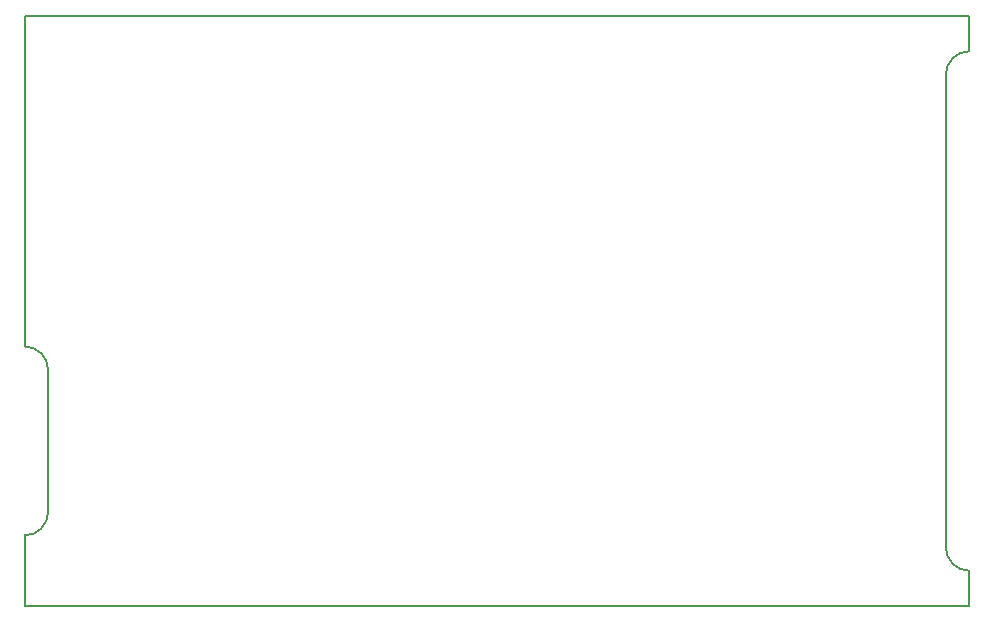
<source format=gm1>
G04 #@! TF.GenerationSoftware,KiCad,Pcbnew,5.0.0-rc2-unknown-68f6e3a~65~ubuntu16.04.1*
G04 #@! TF.CreationDate,2018-06-12T13:32:27+01:00*
G04 #@! TF.ProjectId,gpsdo,677073646F2E6B696361645F70636200,rev?*
G04 #@! TF.SameCoordinates,Original*
G04 #@! TF.FileFunction,Profile,NP*
%FSLAX46Y46*%
G04 Gerber Fmt 4.6, Leading zero omitted, Abs format (unit mm)*
G04 Created by KiCad (PCBNEW 5.0.0-rc2-unknown-68f6e3a~65~ubuntu16.04.1) date Tue Jun 12 13:32:27 2018*
%MOMM*%
%LPD*%
G01*
G04 APERTURE LIST*
%ADD10C,0.150000*%
G04 APERTURE END LIST*
D10*
X100000000Y-100000000D02*
X180000000Y-100000000D01*
X100000000Y-128000000D02*
X100000000Y-100000000D01*
X100000000Y-144000000D02*
X100000000Y-150000000D01*
X100000000Y-128000000D02*
G75*
G02X102000000Y-130000000I0J-2000000D01*
G01*
X102000000Y-142000000D02*
G75*
G02X100000000Y-144000000I-2000000J0D01*
G01*
X102000000Y-130000000D02*
X102000000Y-142000000D01*
X180000000Y-150000000D02*
X100000000Y-150000000D01*
X180000000Y-147000000D02*
X180000000Y-150000000D01*
X178000000Y-105000000D02*
X178000000Y-145000000D01*
X180000000Y-100000000D02*
X180000000Y-103000000D01*
X178000000Y-105000000D02*
G75*
G02X180000000Y-103000000I2000000J0D01*
G01*
X180000000Y-147000000D02*
G75*
G02X178000000Y-145000000I0J2000000D01*
G01*
M02*

</source>
